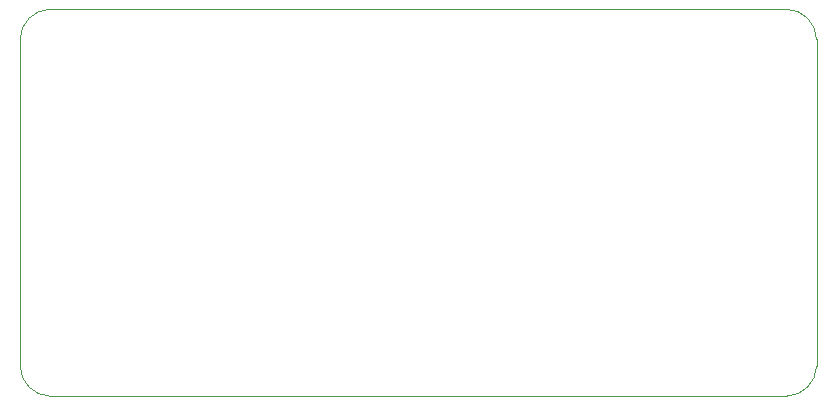
<source format=gbr>
G04*
G04 #@! TF.GenerationSoftware,Altium Limited,Altium Designer,23.8.1 (32)*
G04*
G04 Layer_Color=0*
%FSLAX25Y25*%
%MOIN*%
G70*
G04*
G04 #@! TF.SameCoordinates,08085802-0E6A-4E4E-A806-44F487ACA516*
G04*
G04*
G04 #@! TF.FilePolarity,Positive*
G04*
G01*
G75*
%ADD78C,0.00100*%
D78*
X175000Y194499D02*
X175000Y303500D01*
D02*
G02*
X184999Y313500I10250J-250D01*
G01*
X430500Y313500D01*
D02*
G02*
X440500Y303501I-250J-10250D01*
G01*
X440500Y194500D01*
D02*
G02*
X430501Y184500I-10250J250D01*
G01*
X185000Y184500D01*
D02*
G02*
X175000Y194499I250J10250D01*
G01*
M02*

</source>
